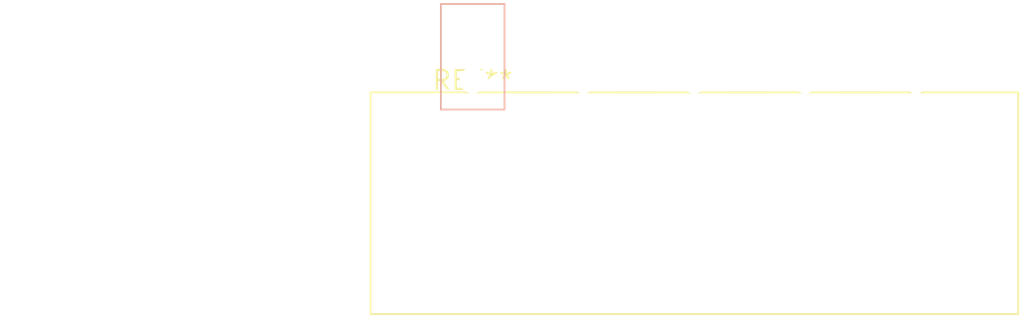
<source format=kicad_pcb>
(kicad_pcb (version 20240108) (generator pcbnew)
  (layers (0 "F.Cu" signal) (31 "B.Cu" signal) (34 "B.Paste" user) (35 "F.Paste" user) (36 "B.SilkS" user "B.Silkscreen") (37 "F.SilkS" user "F.Silkscreen") (38 "B.Mask" user) (39 "F.Mask" user) (44 "Edge.Cuts" user))
  (net 0 "")
  (footprint "Molex_Sabre_46007-1105_1x05_P7.49mm_Horizontal_ThermalVias" (layer "F.Cu") (at 0 0)
    (property "Reference" "REF**")
    (property "Value" "Molex_Sabre_46007-1105_1x05_P7.49mm_Horizontal_ThermalVias")
    (fp_line (start -2.15 -5.155) (end -2.15 1.975) (layer "B.SilkS") (stroke (width 0.12)))
    (fp_line (start -2.15 1.975) (end 2.15 1.975) (layer "B.SilkS") (stroke (width 0.12)))
    (fp_line (start 2.15 -5.155) (end -2.15 -5.155) (layer "B.SilkS") (stroke (width 0.12)))
    (fp_line (start 2.15 1.975) (end 2.15 -5.155) (layer "B.SilkS") (stroke (width 0.12)))
    (fp_line (start -6.9 0.815) (end -6.9 15.795) (layer "F.SilkS") (stroke (width 0.12)))
    (fp_line (start -6.9 15.795) (end 36.86 15.795) (layer "F.SilkS") (stroke (width 0.12)))
    (fp_line (start -2.15 0.815) (end -2.15 -4.895) (layer "F.SilkS") (stroke (width 0.12)))
    (fp_line (start 2.15 0.815) (end 5.34 0.815) (layer "F.SilkS") (stroke (width 0.12)))
    (fp_line (start 9.64 0.815) (end 12.83 0.815) (layer "F.SilkS") (stroke (width 0.12)))
    (fp_line (start 17.13 0.815) (end 20.32 0.815) (layer "F.SilkS") (stroke (width 0.12)))
    (fp_line (start 24.62 0.815) (end 27.81 0.815) (layer "F.SilkS") (stroke (width 0.12)))
    (fp_line (start 36.86 0.815) (end -6.9 0.815) (layer "F.SilkS") (stroke (width 0.12)))
    (fp_line (start 36.86 15.795) (end 36.86 0.815) (layer "F.SilkS") (stroke (width 0.12)))
    (pad "1" thru_hole rect (at -1.44 -4.445) (size 0.6 0.6) (drill 0.3) (layers *.Cu *.Mask) (remove_unused_layers))
    (pad "1" thru_hole rect (at -1.44 -3.0175) (size 0.6 0.6) (drill 0.3) (layers *.Cu *.Mask) (remove_unused_layers))
    (pad "1" thru_hole rect (at -1.44 -1.59) (size 0.6 0.6) (drill 0.3) (layers *.Cu *.Mask) (remove_unused_layers))
    (pad "1" thru_hole rect (at -1.44 -0.1625) (size 0.6 0.6) (drill 0.3) (layers *.Cu *.Mask) (remove_unused_layers))
    (pad "1" thru_hole rect (at -1.44 1.265) (size 0.6 0.6) (drill 0.3) (layers *.Cu *.Mask) (remove_unused_layers))
    (pad "1" thru_hole rect (at 0 -4.445) (size 0.6 0.6) (drill 0.3) (layers *.Cu *.Mask) (remove_unused_layers))
    (pad "1" thru_hole rect (at 0 -3.18) (size 3.78 3.43) (drill 1.78) (layers *.Cu *.Mask) (remove_unused_layers))
    (pad "1" thru_hole rect (at 0 -1.59) (size 0.6 0.6) (drill 0.3) (layers *.Cu *.Mask) (remove_unused_layers))
    (pad "1" thru_hole rect (at 0 0) (size 3.78 3.43) (drill 1.78) (layers *.Cu *.Mask) (remove_unused_layers))
    (pad "1" thru_hole rect (at 0 1.265) (size 0.6 0.6) (drill 0.3) (layers *.Cu *.Mask) (remove_unused_layers))
    (pad "1" thru_hole rect (at 1.44 -4.445) (size 0.6 0.6) (drill 0.3) (layers *.Cu *.Mask) (remove_unused_layers))
    (pad "1" thru_hole rect (at 1.44 -3.0175) (size 0.6 0.6) (drill 0.3) (layers *.Cu *.Mask) (remove_unused_layers))
    (pad "1" thru_hole rect (at 1.44 -1.59) (size 0.6 0.6) (drill 0.3) (layers *.Cu *.Mask) (remove_unused_layers))
    (pad "1" thru_hole rect (at 1.44 -0.1625) (size 0.6 0.6) (drill 0.3) (layers *.Cu *.Mask) (remove_unused_layers))
    (pad "1" thru_hole rect (at 1.44 1.265) (size 0.6 0.6) (drill 0.3) (layers *.Cu *.Mask) (remove_unused_layers))
    (pad "2" thru_hole circle (at 6.05 -4.445) (size 0.6 0.6) (drill 0.3) (layers *.Cu *.Mask) (remove_unused_layers))
    (pad "2" thru_hole circle (at 6.05 -3.0175) (size 0.6 0.6) (drill 0.3) (layers *.Cu *.Mask) (remove_unused_layers))
    (pad "2" thru_hole circle (at 6.05 -1.59) (size 0.6 0.6) (drill 0.3) (layers *.Cu *.Mask) (remove_unused_layers))
    (pad "2" thru_hole circle (at 6.05 -0.1625) (size 0.6 0.6) (drill 0.3) (layers *.Cu *.Mask) (remove_unused_layers))
    (pad "2" thru_hole circle (at 6.05 1.265) (size 0.6 0.6) (drill 0.3) (layers *.Cu *.Mask) (remove_unused_layers))
    (pad "2" thru_hole circle (at 7.49 -4.445) (size 0.6 0.6) (drill 0.3) (layers *.Cu *.Mask) (remove_unused_layers))
    (pad "2" thru_hole rect (at 7.49 -3.18) (size 3.78 3.43) (drill 1.78) (layers *.Cu *.Mask) (remove_unused_layers))
    (pad "2" thru_hole circle (at 7.49 -1.59) (size 0.6 0.6) (drill 0.3) (layers *.Cu *.Mask) (remove_unused_layers))
    (pad "2" thru_hole rect (at 7.49 0) (size 3.78 3.43) (drill 1.78) (layers *.Cu *.Mask) (remove_unused_layers))
    (pad "2" thru_hole circle (at 7.49 1.265) (size 0.6 0.6) (drill 0.3) (layers *.Cu *.Mask) (remove_unused_layers))
    (pad "2" thru_hole circle (at 8.93 -4.445) (size 0.6 0.6) (drill 0.3) (layers *.Cu *.Mask) (remove_unused_layers))
    (pad "2" thru_hole circle (at 8.93 -3.0175) (size 0.6 0.6) (drill 0.3) (layers *.Cu *.Mask) (remove_unused_layers))
    (pad "2" thru_hole circle (at 8.93 -1.59) (size 0.6 0.6) (drill 0.3) (layers *.Cu *.Mask) (remove_unused_layers))
    (pad "2" thru_hole circle (at 8.93 -0.1625) (size 0.6 0.6) (drill 0.3) (layers *.Cu *.Mask) (remove_unused_layers))
    (pad "2" thru_hole circle (at 8.93 1.265) (size 0.6 0.6) (drill 0.3) (layers *.Cu *.Mask) (remove_unused_layers))
    (pad "3" thru_hole circle (at 13.54 -4.445) (size 0.6 0.6) (drill 0.3) (layers *.Cu *.Mask) (remove_unused_layers))
    (pad "3" thru_hole circle (at 13.54 -3.0175) (size 0.6 0.6) (drill 0.3) (layers *.Cu *.Mask) (remove_unused_layers))
    (pad "3" thru_hole circle (at 13.54 -1.59) (size 0.6 0.6) (drill 0.3) (layers *.Cu *.Mask) (remove_unused_layers))
    (pad "3" thru_hole circle (at 13.54 -0.1625) (size 0.6 0.6) (drill 0.3) (layers *.Cu *.Mask) (remove_unused_layers))
    (pad "3" thru_hole circle (at 13.54 1.265) (size 0.6 0.6) (drill 0.3) (layers *.Cu *.Mask) (remove_unused_layers))
    (pad "3" thru_hole circle (at 14.98 -4.445) (size 0.6 0.6) (drill 0.3) (layers *.Cu *.Mask) (remove_unused_layers))
    (pad "3" thru_hole rect (at 14.98 -3.18) (size 3.78 3.43) (drill 1.78) (layers *.Cu *.Mask) (remove_unused_layers))
    (pad "3" thru_hole circle (at 14.98 -1.59) (size 0.6 0.6) (drill 0.3) (layers *.Cu *.Mask) (remove_unused_layers))
    (pad "3" thru_hole rect (at 14.98 0) (size 3.78 3.43) (drill 1.78) (layers *.Cu *.Mask) (remove_unused_layers))
    (pad "3" thru_hole circle (at 14.98 1.265) (size 0.6 0.6) (drill 0.3) (layers *.Cu *.Mask) (remove_unused_layers))
    (pad "3" thru_hole circle (at 16.42 -4.445) (size 0.6 0.6) (drill 0.3) (layers *.Cu *.Mask) (remove_unused_layers))
    (pad "3" thru_hole circle (at 16.42 -3.0175) (size 0.6 0.6) (drill 0.3) (layers *.Cu *.Mask) (remove_unused_layers))
    (pad "3" thru_hole circle (at 16.42 -1.59) (size 0.6 0.6) (drill 0.3) (layers *.Cu *.Mask) (remove_unused_layers))
    (pad "3" thru_hole circle (at 16.42 -0.1625) (size 0.6 0.6) (drill 0.3) (layers *.Cu *.Mask) (remove_unused_layers))
    (pad "3" thru_hole circle (at 16.42 1.265) (size 0.6 0.6) (drill 0.3) (layers *.Cu *.Mask) (remove_unused_layers))
    (pad "4" thru_hole circle (at 21.03 -4.445) (size 0.6 0.6) (drill 0.3) (layers *.Cu *.Mask) (remove_unused_layers))
    (pad "4" thru_hole circle (at 21.03 -3.0175) (size 0.6 0.6) (drill 0.3) (layers *.Cu *.Mask) (remove_unused_layers))
    (pad "4" thru_hole circle (at 21.03 -1.59) (size 0.6 0.6) (drill 0.3) (layers *.Cu *.Mask) (remove_unused_layers))
    (pad "4" thru_hole circle (at 21.03 -0.1625) (size 0.6 0.6) (drill 0.3) (layers *.Cu *.Mask) (remove_unused_layers))
    (pad "4" thru_hole circle (at 21.03 1.265) (size 0.6 0.6) (drill 0.3) (layers *.Cu *.Mask) (remove_unused_layers))
    (pad "4" thru_hole circle (at 22.47 -4.445) (size 0.6 0.6) (drill 0.3) (layers *.Cu *.Mask) (remove_unused_layers))
    (pad "4" thru_hole rect (at 22.47 -3.18) (size 3.78 3.43) (drill 1.78) (layers *.Cu *.Mask) (remove_unused_layers))
    (pad "4" thru_hole circle (at 22.47 -1.59) (size 0.6 0.6) (drill 0.3) (layers *.Cu *.Mask) (remove_unused_layers))
    (pad "4" thru_hole rect (at 22.47 0) (size 3.78 3.43) (drill 1.78) (layers *.Cu *.Mask) (remove_unused_layers))
    (pad "4" thru_hole circle (at 22.47 1.265) (size 0.6 0.6) (drill 0.3) (layers *.Cu *.Mask) (remove_unused_layers))
    (pad "4" thru_hole circle (at 23.91 -4.445) (size 0.6 0.6) (drill 0.3) (layers *.Cu *.Mask) (remove_unused_layers))
    (pad "4" thru_hole circle (at 23.91 -3.0175) (size 0.6 0.6) (drill 0.3) (layers *.Cu *.Mask) (remove_unused_layers))
    (pad "4" thru_hole circle (at 23.91 -1.59) (size 0.6 0.6) (drill 0.3) (layers *.Cu *.Mask) (remove_unused_layers))
    (pad "4" thru_hole circle (at 23.91 -0.1625) (size 0.6 0.6) (drill 0.3) (layers *.Cu *.Mask) (remove_unused_layers))
    (pad "4" thru_hole circle (at 23.91 1.265) (size 0.6 0.6) (drill 0.3) (layers *.Cu *.Mask) (remove_unused_layers))
    (pad "5" thru_hole circle (at 28.52 -4.445) (size 0.6 0.6) (drill 0.3) (layers *.Cu *.Mask) (remove_unused_layers))
    (pad "5" thru_hole circle (at 28.52 -3.0175) (size 0.6 0.6) (drill 0.3) (layers *.Cu *.Mask) (remove_unused_layers))
    (pad "5" thru_hole circle (at 28.52 -1.59) (size 0.6 0.6) (drill 0.3) (layers *.Cu *.Mask) (remove_unused_layers))
    (pad "5" thru_hole circle (at 28.52 -0.1625) (size 0.6 0.6) (drill 0.3) (layers *.Cu *.Mask) (remove_unused_layers))
    (pad "5" thru_hole circle (at 28.52 1.265) (size 0.6 0.6) (drill 0.3) (layers *.Cu *.Mask) (remove_unused_layers))
    (pad "5" thru_hole circle (at 29.96 -4.445) (size 0.6 0.6) (drill 0.3) (layers *.Cu *.Mask) (remove_unused_layers))
    (pad "5" thru_hole rect (at 29.96 -3.18) (size 3.78 3.43) (drill 1.78) (layers *.Cu *.Mask) (remove_unused_layers))
    (pad "5" thru_hole circle (at 29.96 -1.59) (size 0.6 0.6) (drill 0.3) (layers *.Cu *.Mask) (remove_unused_layers))
    (pad "5" thru_hole rect (at 29.96 0) (size 3.78 3.43) (drill 1.78) (layers *.Cu *.Mask) (remove_unused_layers))
    (pad "5" thru_hole circle (at 29.96 1.265) (size 0.6 0.6) (drill 0.3) (layers *.Cu *.Mask) (remove_unused_layers))
    (pad "5" thru_hole circle (at 31.4 -4.445) (size 0.6 0.6) (drill 0.3) (layers *.Cu *.Mask) (remove_unused_layers))
    (pad "5" thru_hole circle (at 31.4 -3.0175) (size 0.6 0.6) (drill 0.3) (layers *.Cu *.Mask) (remove_unused_layers))
    (pad "5" thru_hole circle (at 31.4 -1.59) (size 0.6 0.6) (drill 0.3) (layers *.Cu *.Mask) (remove_unused_layers))
    (pad "5" thru_hole circle (at 31.4 -0.1625) (size 0.6 0.6) (drill 0.3) (layers *.Cu *.Mask) (remove_unused_layers))
    (pad "5" thru_hole circle (at 31.4 1.265) (size 0.6 0.6) (drill 0.3) (layers *.Cu *.Mask) (remove_unused_layers))
  )
)
</source>
